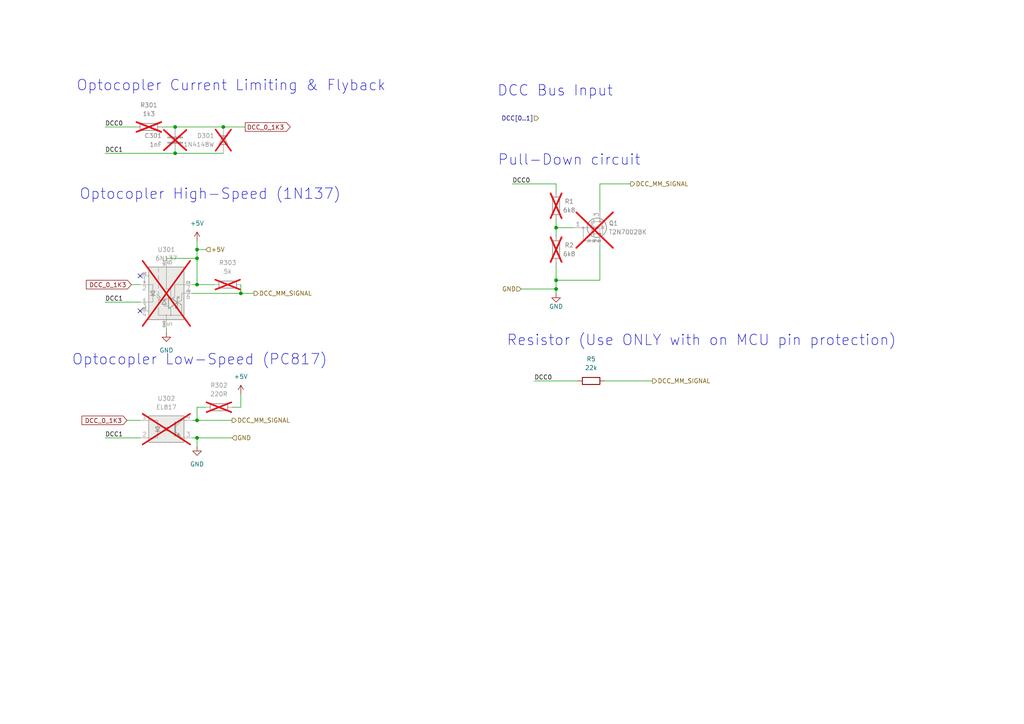
<source format=kicad_sch>
(kicad_sch (version 20231120) (generator "eeschema") (generator_version "7.99")
  (paper "A4")
  (title_block (title "Digital Signal Extraction") (date "2024-01-03") (rev "v0.1") (company "Chatelain Engineering"))
  (lib_symbols
    (symbol "Device:C" (pin_numbers hide) (pin_names (offset 0.254))
      (property "Reference" "C" (at 0.635 2.54 0))
      (property "Value" "C" (at 0.635 -2.54 0))
      (symbol "C_0_1"
        (polyline (pts (xy -2.032 -0.762) (xy 2.032 -0.762)) (stroke (width 0.508)))
        (polyline (pts (xy -2.032 0.762) (xy 2.032 0.762)) (stroke (width 0.508)))
      )
      (symbol "C_1_1"
        (pin passive line (at 0 3.81 270) (length 2.794) (name "~") (number "1"))
        (pin passive line (at 0 -3.81 90) (length 2.794) (name "~") (number "2"))
      )
    )
    (symbol "Device:R" (pin_numbers hide) (pin_names (offset 0))
      (property "Reference" "R" (at 2.032 0 90))
      (property "Value" "R" (at 0 0 90))
      (symbol "R_0_1"
        (rectangle (start -1.016 -2.54) (end 1.016 2.54) (stroke (width 0.254)))
      )
      (symbol "R_1_1"
        (pin passive line (at 0 3.81 270) (length 1.27) (name "~") (number "1"))
        (pin passive line (at 0 -3.81 90) (length 1.27) (name "~") (number "2"))
      )
    )
    (symbol "Diode:1N4148W" (pin_numbers hide) (pin_names hide)
      (property "Reference" "D" (at 0 2.54 0))
      (property "Value" "1N4148W" (at 0 -2.54 0))
      (symbol "1N4148W_0_1"
        (polyline (pts (xy -1.27 1.27) (xy -1.27 -1.27)) (stroke (width 0.254)))
        (polyline (pts (xy 1.27 0) (xy -1.27 0)))
        (polyline (pts (xy 1.27 1.27) (xy 1.27 -1.27) (xy -1.27 0) (xy 1.27 1.27)) (stroke (width 0.254)))
      )
      (symbol "1N4148W_1_1"
        (pin passive line (at -3.81 0 0) (length 2.54) (name "K") (number "1"))
        (pin passive line (at 3.81 0 180) (length 2.54) (name "A") (number "2"))
      )
    )
    (symbol "Isolator:6N137" (pin_names (offset 0))
      (property "Reference" "U" (at -4.064 8.89 0))
      (property "Value" "6N137" (at 0 -8.89 0))
      (symbol "6N137_0_1"
        (polyline (pts (xy 0 -6.35) (xy -2.286 -6.35) (xy -2.286 -4.064)))
        (polyline (pts (xy -5.08 -2.54) (xy -3.937 -2.54) (xy -3.937 2.54) (xy -5.08 2.54)))
        (polyline (pts (xy 1.27 -5.08) (xy 1.27 -6.35) (xy 0 -6.35) (xy 0 -7.62)))
        (polyline (pts (xy 3.175 -2.667) (xy 0.635 -4.445) (xy 0.635 -0.889) (xy 3.175 -2.667)) (stroke (width 0.254)))
        (polyline (pts (xy -2.794 -1.016) (xy -1.717 -2.093) (xy -2.076 -1.914) (xy -1.896 -1.734) (xy -1.717 -2.093)))
        (polyline (pts (xy -2.794 -0.254) (xy -1.717 -1.331) (xy -2.076 -1.152) (xy -1.896 -0.972) (xy -1.717 -1.331)))
      )
      (symbol "6N137_1_1"
        (rectangle (start -5.08 7.62) (end 5.08 -7.62) (stroke (width 0.254)) (fill (type background)))
        (circle (center 0 -6.35) (radius 0.127) (fill (type outline)))
        (polyline (pts (xy -4.572 -0.635) (xy -3.302 -0.635)) (stroke (width 0.254)))
        (polyline (pts (xy -2.286 -1.778) (xy -2.286 -3.048)))
        (polyline (pts (xy -2.286 0.508) (xy -2.286 -0.762)))
        (polyline (pts (xy -2.286 2.794) (xy -2.286 1.524)))
        (polyline (pts (xy -2.286 5.08) (xy -2.286 3.81)))
        (polyline (pts (xy -2.286 7.366) (xy -2.286 6.096)))
        (polyline (pts (xy -1.27 -1.905) (xy 0 -1.905)) (stroke (width 0.254)))
        (polyline (pts (xy -0.635 -3.302) (xy -0.635 -3.683) (xy 0.635 -3.683)))
        (polyline (pts (xy -0.635 -1.905) (xy -0.635 -1.524) (xy 0.508 -1.524)))
        (polyline (pts (xy 1.27 -4.064) (xy 1.27 -6.35) (xy 4.445 -6.35)))
        (polyline (pts (xy 3.175 -2.667) (xy 4.445 -3.302) (xy 4.445 -6.35)))
        (polyline (pts (xy -3.937 -0.635) (xy -4.572 0.635) (xy -3.302 0.635) (xy -3.937 -0.635)) (stroke (width 0.254)))
        (polyline (pts (xy -0.635 -1.905) (xy -1.27 -3.175) (xy 0 -3.175) (xy -0.635 -1.905)) (stroke (width 0.254)))
        (polyline (pts (xy 1.27 -1.27) (xy 1.27 1.27) (xy 0 1.27) (xy 0 7.62)))
        (polyline (pts (xy 2.1844 -1.1684) (xy 2.413 -0.889) (xy 2.413 2.54) (xy 5.08 2.54)))
        (polyline (pts (xy 3.175 -2.667) (xy 3.175 -4.318) (xy 2.667 -4.318) (xy 2.667 -3.937)) (stroke (width 0.254)))
        (polyline (pts (xy 3.175 -2.667) (xy 3.175 -1.016) (xy 3.683 -1.016) (xy 3.683 -1.397)) (stroke (width 0.254)))
        (polyline (pts (xy 3.175 -2.667) (xy 4.445 -2.032) (xy 4.445 0) (xy 5.08 0)))
        (polyline (pts (xy 4.445 -3.302) (xy 4.161 -3.018) (xy 4.047 -3.246) (xy 4.445 -3.302)) (stroke (width 0.127)) (fill (type outline)))
        (circle (center 1.27 -6.35) (radius 0.127) (fill (type outline)))
        (circle (center 2.032 -1.397) (radius 0.254))
        (pin passive line (at -7.62 5.08 0) (length 2.54) (name "NC") (number "1"))
        (pin passive line (at -7.62 2.54 0) (length 2.54) (name "A") (number "2"))
        (pin passive line (at -7.62 -2.54 0) (length 2.54) (name "C") (number "3"))
        (pin passive line (at -7.62 -5.08 0) (length 2.54) (name "NC") (number "4"))
        (pin power_in line (at 0 -10.16 90) (length 2.54) (name "GND") (number "5"))
        (pin open_collector line (at 7.62 0 180) (length 2.54) (name "VO") (number "6"))
        (pin input line (at 7.62 2.54 180) (length 2.54) (name "EN") (number "7"))
        (pin power_in line (at 0 10.16 270) (length 2.54) (name "VCC") (number "8"))
      )
    )
    (symbol "Isolator:EL817" (pin_names (offset 1.016))
      (property "Reference" "U" (at -5.08 5.08 0))
      (property "Value" "EL817" (at 0 5.08 0))
      (symbol "EL817_0_1"
        (rectangle (start -5.08 3.81) (end 5.08 -3.81) (stroke (width 0.254)) (fill (type background)))
        (polyline (pts (xy -3.175 -0.635) (xy -1.905 -0.635)) (stroke (width 0.254)))
        (polyline (pts (xy 2.54 0.635) (xy 4.445 2.54)))
        (polyline (pts (xy 4.445 -2.54) (xy 2.54 -0.635)) (fill (type outline)))
        (polyline (pts (xy 4.445 -2.54) (xy 5.08 -2.54)))
        (polyline (pts (xy 4.445 2.54) (xy 5.08 2.54)))
        (polyline (pts (xy -5.08 2.54) (xy -2.54 2.54) (xy -2.54 -0.635)))
        (polyline (pts (xy -2.54 -0.635) (xy -2.54 -2.54) (xy -5.08 -2.54)))
        (polyline (pts (xy 2.54 1.905) (xy 2.54 -1.905) (xy 2.54 -1.905)) (stroke (width 0.508)))
        (polyline (pts (xy -2.54 -0.635) (xy -3.175 0.635) (xy -1.905 0.635) (xy -2.54 -0.635)) (stroke (width 0.254)))
        (polyline (pts (xy -0.508 -0.508) (xy 0.762 -0.508) (xy 0.381 -0.635) (xy 0.381 -0.381) (xy 0.762 -0.508)))
        (polyline (pts (xy -0.508 0.508) (xy 0.762 0.508) (xy 0.381 0.381) (xy 0.381 0.635) (xy 0.762 0.508)))
        (polyline (pts (xy 3.048 -1.651) (xy 3.556 -1.143) (xy 4.064 -2.159) (xy 3.048 -1.651) (xy 3.048 -1.651)) (fill (type outline)))
      )
      (symbol "EL817_1_1"
        (pin passive line (at -7.62 2.54 0) (length 2.54) (name "~") (number "1"))
        (pin passive line (at -7.62 -2.54 0) (length 2.54) (name "~") (number "2"))
        (pin passive line (at 7.62 -2.54 180) (length 2.54) (name "~") (number "3"))
        (pin passive line (at 7.62 2.54 180) (length 2.54) (name "~") (number "4"))
      )
    )
    (symbol "RP2040-Decoder_Additional_Symbols:T2N7002BK" (pin_names (offset 0) hide)
      (property "Reference" "Q" (at 5.08 1.905 0))
      (property "Value" "T2N7002BK" (at 5.08 0 0))
      (symbol "T2N7002BK_0_1"
        (polyline (pts (xy 2.54 -3.81) (xy -2.286 -3.81) (xy -2.286 0)))
      )
      (symbol "T2N7002BK_1_1"
        (circle (center -2.286 0) (radius 0.254) (fill (type outline)))
        (polyline (pts (xy 0.254 0) (xy -2.54 0)))
        (polyline (pts (xy 0.254 1.905) (xy 0.254 -1.905)) (stroke (width 0.254)))
        (polyline (pts (xy 0.762 -1.27) (xy 0.762 -2.286)) (stroke (width 0.254)))
        (polyline (pts (xy 0.762 0.508) (xy 0.762 -0.508)) (stroke (width 0.254)))
        (polyline (pts (xy 0.762 2.286) (xy 0.762 1.27)) (stroke (width 0.254)))
        (polyline (pts (xy 2.54 2.54) (xy 2.54 1.778)))
        (polyline (pts (xy 2.54 -2.54) (xy 2.54 0) (xy 0.762 0)))
        (polyline (pts (xy -1.016 -4.318) (xy -0.889 -4.191) (xy -0.889 -3.429) (xy -0.762 -3.302)))
        (polyline (pts (xy -0.889 -3.81) (xy -0.254 -4.191) (xy -0.254 -3.429) (xy -0.889 -3.81)))
        (polyline (pts (xy 0.762 -1.778) (xy 3.302 -1.778) (xy 3.302 1.778) (xy 0.762 1.778)))
        (polyline (pts (xy 1.016 0) (xy 2.032 0.381) (xy 2.032 -0.381) (xy 1.016 0)) (fill (type outline)))
        (polyline (pts (xy 1.143 -3.81) (xy 0.508 -3.429) (xy 0.508 -4.191) (xy 1.143 -3.81)))
        (polyline (pts (xy 1.27 -3.302) (xy 1.143 -3.429) (xy 1.143 -4.191) (xy 1.016 -4.318)))
        (polyline (pts (xy 2.794 0.508) (xy 2.921 0.381) (xy 3.683 0.381) (xy 3.81 0.254)))
        (polyline (pts (xy 3.302 0.381) (xy 2.921 -0.254) (xy 3.683 -0.254) (xy 3.302 0.381)))
        (circle (center 1.651 0) (radius 2.794) (stroke (width 0.254)))
        (circle (center 2.54 -3.81) (radius 0.254) (fill (type outline)))
        (circle (center 2.54 -1.778) (radius 0.254) (fill (type outline)))
        (circle (center 2.54 1.778) (radius 0.254) (fill (type outline)))
        (pin input line (at -5.08 0 0) (length 2.54) (name "G") (number "1"))
        (pin passive line (at 2.54 -5.08 90) (length 2.54) (name "S") (number "2"))
        (pin passive line (at 2.54 5.08 270) (length 2.54) (name "D") (number "3"))
      )
    )
    (symbol "power:+5V" (power) (pin_names (offset 0))
      (property "Value" "+5V" (at 0 3.556 0))
      (symbol "+5V_0_1"
        (polyline (pts (xy -0.762 1.27) (xy 0 2.54)))
        (polyline (pts (xy 0 0) (xy 0 2.54)))
        (polyline (pts (xy 0 2.54) (xy 0.762 1.27)))
      )
      (symbol "+5V_1_1"
        (pin power_in line (at 0 0 90) (length 0) hide (name "+5V") (number "1"))
      )
    )
    (symbol "power:GND" (power) (pin_names (offset 0))
      (property "Value" "GND" (at 0 -3.81 0))
      (symbol "GND_0_1"
        (polyline (pts (xy 0 0) (xy 0 -1.27) (xy 1.27 -1.27) (xy 0 -2.54) (xy -1.27 -1.27) (xy 0 -1.27)))
      )
      (symbol "GND_1_1"
        (pin power_in line (at 0 0 270) (length 0) hide (name "GND") (number "1"))
      )
    )
  )
  (junction (at 57.15 74.93))
  (junction (at 50.8 44.45))
  (junction (at 161.29 66.04))
  (junction (at 57.15 127))
  (junction (at 64.77 36.83))
  (junction (at 57.15 72.39))
  (junction (at 161.29 81.28))
  (junction (at 57.15 82.55))
  (junction (at 161.29 83.82))
  (junction (at 57.15 121.92))
  (junction (at 69.85 85.09))
  (junction (at 50.8 36.83))
  (no_connect (at 40.64 80.01))
  (no_connect (at 40.64 90.17))
  (wire (pts (xy 57.15 127) (xy 67.31 127)))
  (wire (pts (xy 30.48 127) (xy 40.64 127)))
  (wire (pts (xy 30.48 36.83) (xy 39.37 36.83)))
  (wire (pts (xy 69.85 82.55) (xy 69.85 85.09)))
  (wire (pts (xy 161.29 53.34) (xy 161.29 55.88)))
  (wire (pts (xy 36.83 121.92) (xy 40.64 121.92)))
  (wire (pts (xy 57.15 118.11) (xy 59.69 118.11)))
  (wire (pts (xy 64.77 36.83) (xy 71.12 36.83)))
  (wire (pts (xy 30.48 87.63) (xy 40.64 87.63)))
  (wire (pts (xy 57.15 69.85) (xy 57.15 72.39)))
  (wire (pts (xy 175.26 110.49) (xy 189.23 110.49)))
  (wire (pts (xy 173.99 53.34) (xy 182.88 53.34)))
  (wire (pts (xy 57.15 72.39) (xy 57.15 74.93)))
  (wire (pts (xy 57.15 82.55) (xy 55.88 82.55)))
  (wire (pts (xy 161.29 63.5) (xy 161.29 66.04)))
  (wire (pts (xy 161.29 76.2) (xy 161.29 81.28)))
  (wire (pts (xy 151.13 83.82) (xy 161.29 83.82)))
  (wire (pts (xy 173.99 71.12) (xy 173.99 81.28)))
  (wire (pts (xy 69.85 114.3) (xy 69.85 118.11)))
  (wire (pts (xy 57.15 127) (xy 55.88 127)))
  (wire (pts (xy 161.29 83.82) (xy 161.29 81.28)))
  (wire (pts (xy 57.15 74.93) (xy 57.15 82.55)))
  (wire (pts (xy 48.26 96.52) (xy 48.26 95.25)))
  (wire (pts (xy 161.29 66.04) (xy 166.37 66.04)))
  (wire (pts (xy 154.94 110.49) (xy 167.64 110.49)))
  (wire (pts (xy 50.8 44.45) (xy 64.77 44.45)))
  (wire (pts (xy 73.66 85.09) (xy 69.85 85.09)))
  (wire (pts (xy 57.15 118.11) (xy 57.15 121.92)))
  (wire (pts (xy 161.29 66.04) (xy 161.29 68.58)))
  (wire (pts (xy 57.15 72.39) (xy 59.69 72.39)))
  (wire (pts (xy 55.88 85.09) (xy 69.85 85.09)))
  (wire (pts (xy 46.99 36.83) (xy 50.8 36.83)))
  (wire (pts (xy 161.29 85.09) (xy 161.29 83.82)))
  (wire (pts (xy 173.99 53.34) (xy 173.99 60.96)))
  (wire (pts (xy 57.15 121.92) (xy 67.31 121.92)))
  (wire (pts (xy 69.85 118.11) (xy 67.31 118.11)))
  (wire (pts (xy 55.88 121.92) (xy 57.15 121.92)))
  (wire (pts (xy 57.15 129.54) (xy 57.15 127)))
  (wire (pts (xy 161.29 81.28) (xy 173.99 81.28)))
  (wire (pts (xy 50.8 36.83) (xy 64.77 36.83)))
  (wire (pts (xy 148.59 53.34) (xy 161.29 53.34)))
  (wire (pts (xy 30.48 44.45) (xy 50.8 44.45)))
  (wire (pts (xy 62.23 82.55) (xy 57.15 82.55)))
  (wire (pts (xy 38.1 82.55) (xy 40.64 82.55)))
  (wire (pts (xy 48.26 74.93) (xy 57.15 74.93)))
  (text "DCC Bus Input" (at 161.036 26.416 0) (effects (font (size 3.048 3.048))))
  (text "Optocopler Current Limiting & Flyback" (at 67.056 24.892 0) (effects (font (size 3.048 3.048))))
  (text "Resistor (Use ONLY with on MCU pin protection)" (at 203.454 98.806 0) (effects (font (size 3.048 3.048))))
  (text "Pull-Down circuit" (at 165.1 46.482 0) (effects (font (size 3.048 3.048))))
  (text "Optocopler Low-Speed (PC817)" (at 57.912 104.394 0) (effects (font (size 3.048 3.048))))
  (text "Optocopler High-Speed (1N137)" (at 60.96 56.388 0) (effects (font (size 3.048 3.048))))
  (label "DCC1" (at 30.48 44.45 0))
  (label "DCC0" (at 148.59 53.34 0))
  (label "DCC1" (at 30.48 127 0))
  (label "DCC0" (at 30.48 36.83 0))
  (label "DCC1" (at 30.48 87.63 0))
  (label "DCC0" (at 154.94 110.49 0))
  (global_label "DCC_0_1K3" (shape input) (at 38.1 82.55 180) (property "Intersheetrefs" "${INTERSHEET_REFS}" (effects (hide yes))))
  (global_label "DCC_0_1K3" (shape input) (at 36.83 121.92 180) (property "Intersheetrefs" "${INTERSHEET_REFS}" (effects (hide yes))))
  (global_label "DCC_0_1K3" (shape output) (at 71.12 36.83 0) (property "Intersheetrefs" "${INTERSHEET_REFS}" (effects (hide yes))))
  (hierarchical_label "DCC_MM_SIGNAL" (shape output) (at 73.66 85.09 0))
  (hierarchical_label "DCC_MM_SIGNAL" (shape output) (at 67.31 121.92 0))
  (hierarchical_label "GND" (shape input) (at 151.13 83.82 180))
  (hierarchical_label "DCC_MM_SIGNAL" (shape output) (at 189.23 110.49 0))
  (hierarchical_label "GND" (shape input) (at 67.31 127 0))
  (hierarchical_label "+5V" (shape input) (at 59.69 72.39 0))
  (hierarchical_label "DCC[0..1]" (shape input) (at 156.21 34.29 180))
  (hierarchical_label "DCC_MM_SIGNAL" (shape output) (at 182.88 53.34 0))
  (symbol (lib_id "Device:R") (at 161.29 59.69 180) (unit 1) (exclude_from_sim yes) (in_bom no) (on_board no) (dnp yes)
    (property "Reference" "R1" (at 165.1 58.42 0))
    (property "Value" "6k8" (at 165.1 60.96 0))
    (property "Footprint" "Resistor_SMD:R_0805_2012Metric_Pad1.20x1.40mm_HandSolder" (effects (hide yes)))
    (property "Description" "Resistor" (effects (hide yes)))
    (property "LCSC" "C17772" (effects (hide yes)))
    (instances (project "RP2040-Decoder" (path "" (reference "R1") (unit 1))) (project "xDuinoRailShield" (path "" (reference "R304") (unit 1))))
  )
  (symbol (lib_id "power:GND") (at 57.15 129.54 0) (unit 1)
    (property "Reference" "#PWR0302" (effects (hide yes)))
    (property "Value" "GND" (at 57.15 134.62 0))
    (property "Description" "Power symbol creates a global label with name \"GND\" , ground" (effects (hide yes)))
  )
  (symbol (lib_id "RP2040-Decoder_Additional_Symbols:T2N7002BK") (at 171.45 66.04 0) (unit 1) (exclude_from_sim yes) (in_bom no) (on_board no) (dnp yes)
    (property "Reference" "Q1" (at 176.53 64.77 0) (effects (justify left)))
    (property "Value" "T2N7002BK" (at 176.53 67.31 0) (effects (justify left)))
    (property "Footprint" "Package_TO_SOT_SMD:SOT-23" (effects (hide yes)))
    (property "Datasheet" "https://datasheet.lcsc.com/lcsc/1810271831_TOSHIBA-T2N7002BK-LM_C146372.pdf" (effects (hide yes)))
    (property "LCSC" "C8545" (effects (hide yes)))
    (instances (project "RP2040-Decoder" (path "" (reference "Q1") (unit 1))) (project "xDuinoRailShield" (path "" (reference "Q301") (unit 1))))
  )
  (symbol (lib_id "Diode:1N4148W") (at 64.77 40.64 90) (mirror x) (unit 1) (exclude_from_sim yes) (in_bom no) (on_board no) (dnp yes)
    (property "Reference" "D301" (at 62.23 39.37 90) (effects (justify left)))
    (property "Value" "1N4148W" (at 62.23 41.91 90) (effects (justify left)))
    (property "Footprint" "Diode_SMD:D_SOD-123" (effects (hide yes)))
    (property "Datasheet" "https://www.vishay.com/docs/85748/1n4148w.pdf" (effects (hide yes)))
    (property "Description" "75V 0.15A Fast Switching Diode, SOD-123" (effects (hide yes)))
    (property "Sim.Device" "D" (effects (hide yes)))
    (property "Sim.Pins" "1=K 2=A" (effects (hide yes)))
    (property "LCSC" "C81598" (effects (hide yes)))
  )
  (symbol (lib_id "power:+5V") (at 57.15 69.85 0) (unit 1)
    (property "Reference" "#PWR0301" (effects (hide yes)))
    (property "Value" "+5V" (at 57.15 64.77 0))
    (property "Description" "Power symbol creates a global label with name \"+5V\"" (effects (hide yes)))
  )
  (symbol (lib_id "Device:R") (at 66.04 82.55 270) (unit 1) (exclude_from_sim yes) (in_bom no) (on_board no) (dnp yes)
    (property "Reference" "R303" (at 66.04 76.2 90))
    (property "Value" "5k" (at 66.04 78.74 90))
    (property "Footprint" "Resistor_SMD:R_0805_2012Metric_Pad1.20x1.40mm_HandSolder" (effects (hide yes)))
    (property "Description" "Resistor" (effects (hide yes)))
    (property "LCSC" "C27834" (effects (hide yes)))
  )
  (symbol (lib_id "power:GND") (at 48.26 96.52 0) (unit 1)
    (property "Reference" "#PWR0303" (effects (hide yes)))
    (property "Value" "GND" (at 48.26 101.6 0))
    (property "Description" "Power symbol creates a global label with name \"GND\" , ground" (effects (hide yes)))
  )
  (symbol (lib_id "power:GND") (at 161.29 85.09 0) (mirror y) (unit 1) (on_board no)
    (property "Reference" "#PWR08" (effects (hide yes)))
    (property "Value" "GND" (at 161.29 88.9 0))
    (property "Description" "Power symbol creates a global label with name \"GND\" , ground" (effects (hide yes)))
    (instances (project "RP2040-Decoder" (path "" (reference "#PWR08") (unit 1))) (project "xDuinoRailShield" (path "" (reference "#PWR0305") (unit 1))))
  )
  (symbol (lib_id "power:+5V") (at 69.85 114.3 0) (unit 1)
    (property "Reference" "#PWR0304" (effects (hide yes)))
    (property "Value" "+5V" (at 69.85 109.22 0))
    (property "Description" "Power symbol creates a global label with name \"+5V\"" (effects (hide yes)))
  )
  (symbol (lib_id "Isolator:EL817") (at 48.26 124.46 0) (unit 1) (exclude_from_sim yes) (in_bom no) (on_board no) (dnp yes)
    (property "Reference" "U302" (at 48.26 115.57 0))
    (property "Value" "EL817" (at 48.26 118.11 0))
    (property "Footprint" "Package_DIP:DIP-4_W7.62mm" (effects (hide yes)))
    (property "Datasheet" "http://www.everlight.com/file/ProductFile/EL817.pdf" (effects (hide yes)))
    (property "Description" "DC Optocoupler, Vce 35V, DIP-4" (effects (hide yes)))
    (property "LCSC" "C106900" (effects (hide yes)))
  )
  (symbol (lib_id "Device:C") (at 50.8 40.64 0) (mirror y) (unit 1) (exclude_from_sim yes) (in_bom no) (on_board no) (dnp yes)
    (property "Reference" "C301" (at 46.99 39.37 0) (effects (justify left)))
    (property "Value" "1nF" (at 46.99 41.91 0) (effects (justify left)))
    (property "Footprint" "Capacitor_SMD:C_0805_2012Metric" (effects (hide yes)))
    (property "Description" "Unpolarized capacitor" (effects (hide yes)))
    (property "LCSC" "C46653" (effects (hide yes)))
  )
  (symbol (lib_id "Device:R") (at 161.29 72.39 180) (unit 1) (exclude_from_sim yes) (in_bom no) (on_board no) (dnp yes)
    (property "Reference" "R2" (at 165.1 71.12 0))
    (property "Value" "6k8" (at 165.1 73.66 0))
    (property "Footprint" "Resistor_SMD:R_0805_2012Metric_Pad1.20x1.40mm_HandSolder" (effects (hide yes)))
    (property "Description" "Resistor" (effects (hide yes)))
    (property "LCSC" "C17772" (effects (hide yes)))
    (instances (project "RP2040-Decoder" (path "" (reference "R2") (unit 1))) (project "xDuinoRailShield" (path "" (reference "R305") (unit 1))))
  )
  (symbol (lib_id "Device:R") (at 63.5 118.11 270) (unit 1) (exclude_from_sim yes) (in_bom no) (on_board no) (dnp yes)
    (property "Reference" "R302" (at 63.5 111.76 90))
    (property "Value" "220R" (at 63.5 114.3 90))
    (property "Footprint" "Resistor_SMD:R_0805_2012Metric_Pad1.20x1.40mm_HandSolder" (effects (hide yes)))
    (property "Description" "Resistor" (effects (hide yes)))
    (property "LCSC" "C17557" (effects (hide yes)))
  )
  (symbol (lib_id "Device:R") (at 171.45 110.49 90) (unit 1) (in_bom no)
    (property "Reference" "R5" (at 171.45 104.14 90))
    (property "Value" "22k" (at 171.45 106.68 90))
    (property "Footprint" "Resistor_SMD:R_0805_2012Metric_Pad1.20x1.40mm_HandSolder" (effects (hide yes)))
    (property "Description" "Resistor" (effects (hide yes)))
    (property "LCSC" "C17560" (effects (hide yes)))
    (instances (project "DecoderInputStages" (path "" (reference "R5") (unit 1))) (project "xDuinoRailShield" (path "" (reference "R306") (unit 1))))
  )
  (symbol (lib_id "Device:R") (at 43.18 36.83 90) (unit 1) (exclude_from_sim yes) (in_bom no) (on_board no) (dnp yes)
    (property "Reference" "R301" (at 43.18 30.48 90))
    (property "Value" "1k3" (at 43.18 33.02 90))
    (property "Footprint" "Resistor_SMD:R_0805_2012Metric_Pad1.20x1.40mm_HandSolder" (effects (hide yes)))
    (property "Description" "Resistor" (effects (hide yes)))
    (property "LCSC" "C17379" (effects (hide yes)))
  )
  (symbol (lib_id "Isolator:6N137") (at 48.26 85.09 0) (unit 1) (exclude_from_sim yes) (in_bom no) (on_board no) (dnp yes)
    (property "Reference" "U301" (at 48.26 72.39 0))
    (property "Value" "6N137" (at 48.26 74.93 0))
    (property "Footprint" "Package_DIP:DIP-8_W7.62mm" (effects (hide yes)))
    (property "Datasheet" "https://docs.broadcom.com/docs/AV02-0940EN" (effects (hide yes)))
    (property "Description" "Single High Speed LSTTL/TTL Compatible Optocoupler with enable, dV/dt 1000/us, VCM 10, max 7V VCC, DIP-8" (effects (hide yes)))
    (property "LCSC" "C16496" (effects (hide yes)))
  )
)
</source>
